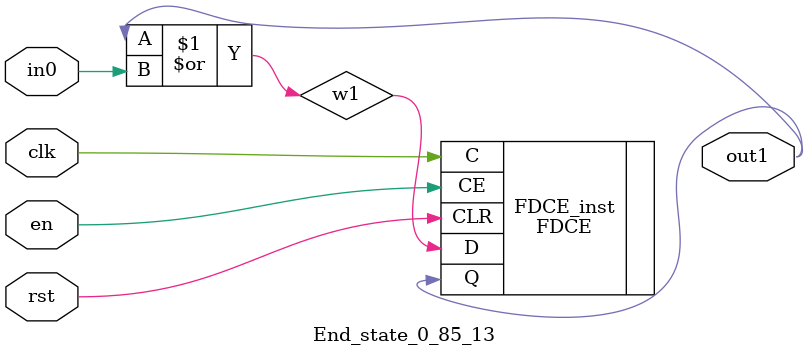
<source format=v>
module engine_0_85(out,clk,sod,en, in_129, in_130, in_131, in_25, in_49, in_56, in_122);
//pcre: /\/(\\|%5C)%2E%2E\//
//block char: \x5C[8], %[0], C[0], \x2F[8], E[0], 2[0], 5[0], 

	input clk,sod,en;

	input in_129, in_130, in_131, in_25, in_49, in_56, in_122;
	output out;

	assign w0 = 1'b1;
	state_0_85_1 BlockState_0_85_1 (w1,in_25,clk,en,sod,w0);
	state_0_85_2 BlockState_0_85_2 (w2,in_129,clk,en,sod,w1);
	state_0_85_3 BlockState_0_85_3 (w3,in_130,clk,en,sod,w1);
	state_0_85_4 BlockState_0_85_4 (w4,in_122,clk,en,sod,w3);
	state_0_85_5 BlockState_0_85_5 (w5,in_131,clk,en,sod,w4);
	state_0_85_6 BlockState_0_85_6 (w6,in_130,clk,en,sod,w2,w5);
	state_0_85_7 BlockState_0_85_7 (w7,in_56,clk,en,sod,w6);
	state_0_85_8 BlockState_0_85_8 (w8,in_49,clk,en,sod,w7);
	state_0_85_9 BlockState_0_85_9 (w9,in_130,clk,en,sod,w8);
	state_0_85_10 BlockState_0_85_10 (w10,in_56,clk,en,sod,w9);
	state_0_85_11 BlockState_0_85_11 (w11,in_49,clk,en,sod,w10);
	state_0_85_12 BlockState_0_85_12 (w12,in_25,clk,en,sod,w11);
	End_state_0_85_13 BlockState_0_85_13 (out,clk,en,sod,w12);
endmodule

module state_0_85_1(out1,in_char,clk,en,rst,in0);
	input in_char,clk,en,rst,in0;
	output out1;
	wire w1,w2;
	assign w1 = in0; 
	and(w2,in_char,w1);
	FDCE #(.INIT(1'b0)) FDCE_inst (
		.Q(out1),
		.C(clk),
		.CE(en),
		.CLR(rst),
		.D(w2)
);
endmodule

module state_0_85_2(out1,in_char,clk,en,rst,in0);
	input in_char,clk,en,rst,in0;
	output out1;
	wire w1,w2;
	assign w1 = in0; 
	and(w2,in_char,w1);
	FDCE #(.INIT(1'b0)) FDCE_inst (
		.Q(out1),
		.C(clk),
		.CE(en),
		.CLR(rst),
		.D(w2)
);
endmodule

module state_0_85_3(out1,in_char,clk,en,rst,in0);
	input in_char,clk,en,rst,in0;
	output out1;
	wire w1,w2;
	assign w1 = in0; 
	and(w2,in_char,w1);
	FDCE #(.INIT(1'b0)) FDCE_inst (
		.Q(out1),
		.C(clk),
		.CE(en),
		.CLR(rst),
		.D(w2)
);
endmodule

module state_0_85_4(out1,in_char,clk,en,rst,in0);
	input in_char,clk,en,rst,in0;
	output out1;
	wire w1,w2;
	assign w1 = in0; 
	and(w2,in_char,w1);
	FDCE #(.INIT(1'b0)) FDCE_inst (
		.Q(out1),
		.C(clk),
		.CE(en),
		.CLR(rst),
		.D(w2)
);
endmodule

module state_0_85_5(out1,in_char,clk,en,rst,in0);
	input in_char,clk,en,rst,in0;
	output out1;
	wire w1,w2;
	assign w1 = in0; 
	and(w2,in_char,w1);
	FDCE #(.INIT(1'b0)) FDCE_inst (
		.Q(out1),
		.C(clk),
		.CE(en),
		.CLR(rst),
		.D(w2)
);
endmodule

module state_0_85_6(out1,in_char,clk,en,rst,in0,in1);
	input in_char,clk,en,rst,in0,in1;
	output out1;
	wire w1,w2;
	or(w1,in0,in1);
	and(w2,in_char,w1);
	FDCE #(.INIT(1'b0)) FDCE_inst (
		.Q(out1),
		.C(clk),
		.CE(en),
		.CLR(rst),
		.D(w2)
);
endmodule

module state_0_85_7(out1,in_char,clk,en,rst,in0);
	input in_char,clk,en,rst,in0;
	output out1;
	wire w1,w2;
	assign w1 = in0; 
	and(w2,in_char,w1);
	FDCE #(.INIT(1'b0)) FDCE_inst (
		.Q(out1),
		.C(clk),
		.CE(en),
		.CLR(rst),
		.D(w2)
);
endmodule

module state_0_85_8(out1,in_char,clk,en,rst,in0);
	input in_char,clk,en,rst,in0;
	output out1;
	wire w1,w2;
	assign w1 = in0; 
	and(w2,in_char,w1);
	FDCE #(.INIT(1'b0)) FDCE_inst (
		.Q(out1),
		.C(clk),
		.CE(en),
		.CLR(rst),
		.D(w2)
);
endmodule

module state_0_85_9(out1,in_char,clk,en,rst,in0);
	input in_char,clk,en,rst,in0;
	output out1;
	wire w1,w2;
	assign w1 = in0; 
	and(w2,in_char,w1);
	FDCE #(.INIT(1'b0)) FDCE_inst (
		.Q(out1),
		.C(clk),
		.CE(en),
		.CLR(rst),
		.D(w2)
);
endmodule

module state_0_85_10(out1,in_char,clk,en,rst,in0);
	input in_char,clk,en,rst,in0;
	output out1;
	wire w1,w2;
	assign w1 = in0; 
	and(w2,in_char,w1);
	FDCE #(.INIT(1'b0)) FDCE_inst (
		.Q(out1),
		.C(clk),
		.CE(en),
		.CLR(rst),
		.D(w2)
);
endmodule

module state_0_85_11(out1,in_char,clk,en,rst,in0);
	input in_char,clk,en,rst,in0;
	output out1;
	wire w1,w2;
	assign w1 = in0; 
	and(w2,in_char,w1);
	FDCE #(.INIT(1'b0)) FDCE_inst (
		.Q(out1),
		.C(clk),
		.CE(en),
		.CLR(rst),
		.D(w2)
);
endmodule

module state_0_85_12(out1,in_char,clk,en,rst,in0);
	input in_char,clk,en,rst,in0;
	output out1;
	wire w1,w2;
	assign w1 = in0; 
	and(w2,in_char,w1);
	FDCE #(.INIT(1'b0)) FDCE_inst (
		.Q(out1),
		.C(clk),
		.CE(en),
		.CLR(rst),
		.D(w2)
);
endmodule

module End_state_0_85_13(out1,clk,en,rst,in0);
	input clk,rst,en,in0;
	output out1;
	wire w1;
	or(w1,out1,in0);
	FDCE #(.INIT(1'b0)) FDCE_inst (
		.Q(out1),
		.C(clk),
		.CE(en),
		.CLR(rst),
		.D(w1)
);
endmodule


</source>
